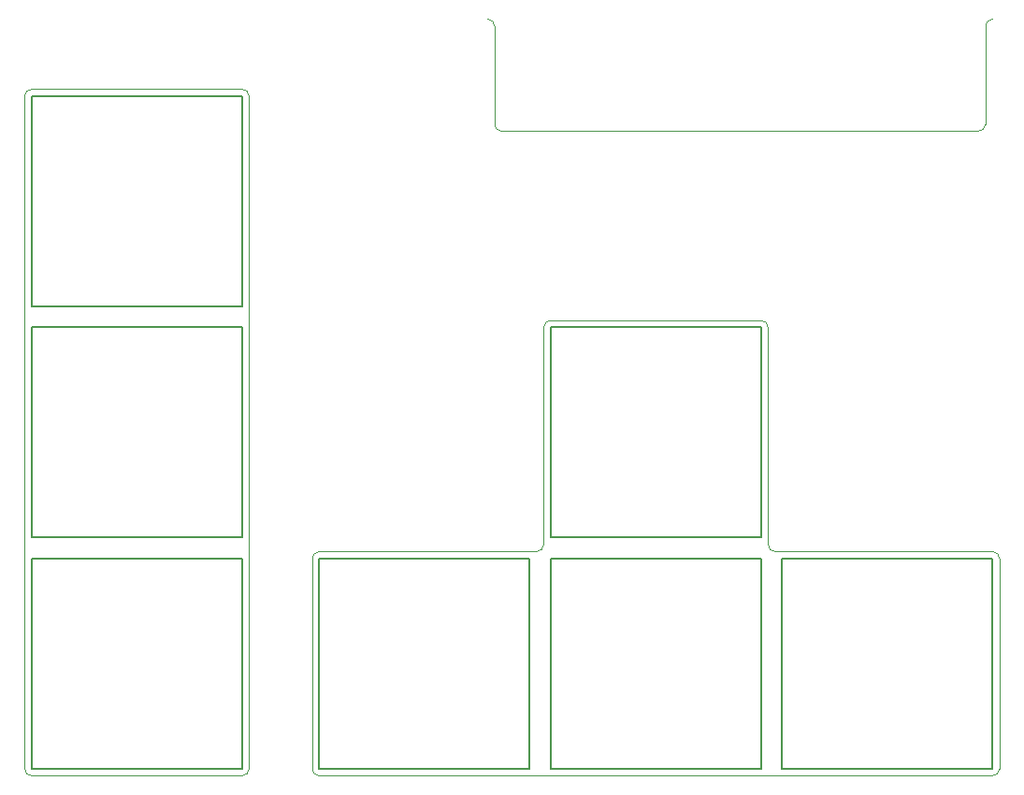
<source format=gbr>
G04 #@! TF.GenerationSoftware,KiCad,Pcbnew,(5.1.8)-1*
G04 #@! TF.CreationDate,2021-02-12T22:25:53+01:00*
G04 #@! TF.ProjectId,C64 Joykey,43363420-4a6f-4796-9b65-792e6b696361,rev?*
G04 #@! TF.SameCoordinates,Original*
G04 #@! TF.FileFunction,OtherDrawing,Comment*
%FSLAX46Y46*%
G04 Gerber Fmt 4.6, Leading zero omitted, Abs format (unit mm)*
G04 Created by KiCad (PCBNEW (5.1.8)-1) date 2021-02-12 22:25:53*
%MOMM*%
%LPD*%
G01*
G04 APERTURE LIST*
%ADD10C,0.050000*%
%ADD11C,0.150000*%
G04 APERTURE END LIST*
D10*
X167005000Y-89535000D02*
X167005000Y-150495000D01*
X189230000Y-92075000D02*
X189230000Y-83185000D01*
X189865000Y-92710000D02*
X233045000Y-92710000D01*
X233680000Y-92075000D02*
X233680000Y-83185000D01*
X233680000Y-83185000D02*
G75*
G02*
X234315000Y-82550000I635000J0D01*
G01*
X188595000Y-82550000D02*
G75*
G02*
X189230000Y-83185000I0J-635000D01*
G01*
X233680000Y-92075000D02*
G75*
G02*
X233045000Y-92710000I-635000J0D01*
G01*
X189865000Y-92710000D02*
G75*
G02*
X189230000Y-92075000I0J635000D01*
G01*
X146685000Y-89535000D02*
X146685000Y-150495000D01*
X166370000Y-88900000D02*
X147320000Y-88900000D01*
X147320000Y-151130000D02*
X166370000Y-151130000D01*
X172720000Y-150495000D02*
X172720000Y-131445000D01*
X234315000Y-151130000D02*
X173355000Y-151130000D01*
X234950000Y-131445000D02*
X234950000Y-150495000D01*
X214630000Y-130810000D02*
X234315000Y-130810000D01*
X213995000Y-110490000D02*
X213995000Y-130175000D01*
X194310000Y-109855000D02*
X213360000Y-109855000D01*
X193675000Y-130175000D02*
X193675000Y-110490000D01*
X173355000Y-130810000D02*
X193040000Y-130810000D01*
X172720000Y-131445000D02*
G75*
G02*
X173355000Y-130810000I635000J0D01*
G01*
X214630000Y-130810000D02*
G75*
G02*
X213995000Y-130175000I0J635000D01*
G01*
X193675000Y-130175000D02*
G75*
G02*
X193040000Y-130810000I-635000J0D01*
G01*
X193675000Y-110490000D02*
G75*
G02*
X194310000Y-109855000I635000J0D01*
G01*
X213360000Y-109855000D02*
G75*
G02*
X213995000Y-110490000I0J-635000D01*
G01*
X234315000Y-130810000D02*
G75*
G02*
X234950000Y-131445000I0J-635000D01*
G01*
X173355000Y-151130000D02*
G75*
G02*
X172720000Y-150495000I0J635000D01*
G01*
X166370000Y-88900000D02*
G75*
G02*
X167005000Y-89535000I0J-635000D01*
G01*
X146685000Y-89535000D02*
G75*
G02*
X147320000Y-88900000I635000J0D01*
G01*
X234950000Y-150495000D02*
G75*
G02*
X234315000Y-151130000I-635000J0D01*
G01*
X167005000Y-150495000D02*
G75*
G02*
X166370000Y-151130000I-635000J0D01*
G01*
X147320000Y-151130000D02*
G75*
G02*
X146685000Y-150495000I0J635000D01*
G01*
D11*
X166370000Y-150495000D02*
X147320000Y-150495000D01*
X147320000Y-150495000D02*
X147320000Y-131445000D01*
X147320000Y-131445000D02*
X166370000Y-131445000D01*
X166370000Y-131445000D02*
X166370000Y-150495000D01*
X166370000Y-110490000D02*
X166370000Y-129540000D01*
X147320000Y-110490000D02*
X166370000Y-110490000D01*
X147320000Y-129540000D02*
X147320000Y-110490000D01*
X166370000Y-129540000D02*
X147320000Y-129540000D01*
X166370000Y-108585000D02*
X147320000Y-108585000D01*
X147320000Y-108585000D02*
X147320000Y-89535000D01*
X147320000Y-89535000D02*
X166370000Y-89535000D01*
X166370000Y-89535000D02*
X166370000Y-108585000D01*
X213360000Y-110490000D02*
X213360000Y-129540000D01*
X194310000Y-110490000D02*
X213360000Y-110490000D01*
X194310000Y-129540000D02*
X194310000Y-110490000D01*
X213360000Y-129540000D02*
X194310000Y-129540000D01*
X213360000Y-150495000D02*
X194310000Y-150495000D01*
X194310000Y-150495000D02*
X194310000Y-131445000D01*
X194310000Y-131445000D02*
X213360000Y-131445000D01*
X213360000Y-131445000D02*
X213360000Y-150495000D01*
X192405000Y-131445000D02*
X192405000Y-150495000D01*
X173355000Y-131445000D02*
X192405000Y-131445000D01*
X173355000Y-150495000D02*
X173355000Y-131445000D01*
X192405000Y-150495000D02*
X173355000Y-150495000D01*
X234315000Y-150495000D02*
X215265000Y-150495000D01*
X215265000Y-150495000D02*
X215265000Y-131445000D01*
X215265000Y-131445000D02*
X234315000Y-131445000D01*
X234315000Y-131445000D02*
X234315000Y-150495000D01*
M02*

</source>
